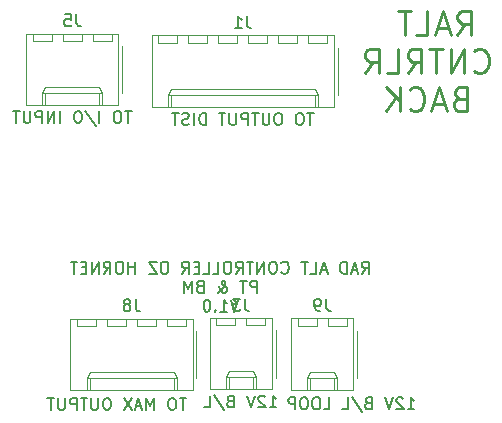
<source format=gbr>
G04 #@! TF.GenerationSoftware,KiCad,Pcbnew,(6.0.7-1)-1*
G04 #@! TF.CreationDate,2023-10-30T20:06:15+10:00*
G04 #@! TF.ProjectId,CONTROLLER_Radar Altimeter,434f4e54-524f-44c4-9c45-525f52616461,1*
G04 #@! TF.SameCoordinates,Original*
G04 #@! TF.FileFunction,Legend,Bot*
G04 #@! TF.FilePolarity,Positive*
%FSLAX46Y46*%
G04 Gerber Fmt 4.6, Leading zero omitted, Abs format (unit mm)*
G04 Created by KiCad (PCBNEW (6.0.7-1)-1) date 2023-10-30 20:06:15*
%MOMM*%
%LPD*%
G01*
G04 APERTURE LIST*
%ADD10C,0.250000*%
%ADD11C,0.150000*%
%ADD12C,0.120000*%
G04 APERTURE END LIST*
D10*
X70681428Y-61744761D02*
X71348095Y-60792380D01*
X71824285Y-61744761D02*
X71824285Y-59744761D01*
X71062380Y-59744761D01*
X70871904Y-59840000D01*
X70776666Y-59935238D01*
X70681428Y-60125714D01*
X70681428Y-60411428D01*
X70776666Y-60601904D01*
X70871904Y-60697142D01*
X71062380Y-60792380D01*
X71824285Y-60792380D01*
X69919523Y-61173333D02*
X68967142Y-61173333D01*
X70110000Y-61744761D02*
X69443333Y-59744761D01*
X68776666Y-61744761D01*
X67157619Y-61744761D02*
X68110000Y-61744761D01*
X68110000Y-59744761D01*
X66776666Y-59744761D02*
X65633809Y-59744761D01*
X66205238Y-61744761D02*
X66205238Y-59744761D01*
X72110000Y-64774285D02*
X72205238Y-64869523D01*
X72490952Y-64964761D01*
X72681428Y-64964761D01*
X72967142Y-64869523D01*
X73157619Y-64679047D01*
X73252857Y-64488571D01*
X73348095Y-64107619D01*
X73348095Y-63821904D01*
X73252857Y-63440952D01*
X73157619Y-63250476D01*
X72967142Y-63060000D01*
X72681428Y-62964761D01*
X72490952Y-62964761D01*
X72205238Y-63060000D01*
X72110000Y-63155238D01*
X71252857Y-64964761D02*
X71252857Y-62964761D01*
X70110000Y-64964761D01*
X70110000Y-62964761D01*
X69443333Y-62964761D02*
X68300476Y-62964761D01*
X68871904Y-64964761D02*
X68871904Y-62964761D01*
X66490952Y-64964761D02*
X67157619Y-64012380D01*
X67633809Y-64964761D02*
X67633809Y-62964761D01*
X66871904Y-62964761D01*
X66681428Y-63060000D01*
X66586190Y-63155238D01*
X66490952Y-63345714D01*
X66490952Y-63631428D01*
X66586190Y-63821904D01*
X66681428Y-63917142D01*
X66871904Y-64012380D01*
X67633809Y-64012380D01*
X64681428Y-64964761D02*
X65633809Y-64964761D01*
X65633809Y-62964761D01*
X62871904Y-64964761D02*
X63538571Y-64012380D01*
X64014761Y-64964761D02*
X64014761Y-62964761D01*
X63252857Y-62964761D01*
X63062380Y-63060000D01*
X62967142Y-63155238D01*
X62871904Y-63345714D01*
X62871904Y-63631428D01*
X62967142Y-63821904D01*
X63062380Y-63917142D01*
X63252857Y-64012380D01*
X64014761Y-64012380D01*
X70824285Y-67137142D02*
X70538571Y-67232380D01*
X70443333Y-67327619D01*
X70348095Y-67518095D01*
X70348095Y-67803809D01*
X70443333Y-67994285D01*
X70538571Y-68089523D01*
X70729047Y-68184761D01*
X71490952Y-68184761D01*
X71490952Y-66184761D01*
X70824285Y-66184761D01*
X70633809Y-66280000D01*
X70538571Y-66375238D01*
X70443333Y-66565714D01*
X70443333Y-66756190D01*
X70538571Y-66946666D01*
X70633809Y-67041904D01*
X70824285Y-67137142D01*
X71490952Y-67137142D01*
X69586190Y-67613333D02*
X68633809Y-67613333D01*
X69776666Y-68184761D02*
X69110000Y-66184761D01*
X68443333Y-68184761D01*
X66633809Y-67994285D02*
X66729047Y-68089523D01*
X67014761Y-68184761D01*
X67205238Y-68184761D01*
X67490952Y-68089523D01*
X67681428Y-67899047D01*
X67776666Y-67708571D01*
X67871904Y-67327619D01*
X67871904Y-67041904D01*
X67776666Y-66660952D01*
X67681428Y-66470476D01*
X67490952Y-66280000D01*
X67205238Y-66184761D01*
X67014761Y-66184761D01*
X66729047Y-66280000D01*
X66633809Y-66375238D01*
X65776666Y-68184761D02*
X65776666Y-66184761D01*
X64633809Y-68184761D02*
X65490952Y-67041904D01*
X64633809Y-66184761D02*
X65776666Y-67327619D01*
D11*
X62586190Y-81952380D02*
X62919523Y-81476190D01*
X63157619Y-81952380D02*
X63157619Y-80952380D01*
X62776666Y-80952380D01*
X62681428Y-81000000D01*
X62633809Y-81047619D01*
X62586190Y-81142857D01*
X62586190Y-81285714D01*
X62633809Y-81380952D01*
X62681428Y-81428571D01*
X62776666Y-81476190D01*
X63157619Y-81476190D01*
X62205238Y-81666666D02*
X61729047Y-81666666D01*
X62300476Y-81952380D02*
X61967142Y-80952380D01*
X61633809Y-81952380D01*
X61300476Y-81952380D02*
X61300476Y-80952380D01*
X61062380Y-80952380D01*
X60919523Y-81000000D01*
X60824285Y-81095238D01*
X60776666Y-81190476D01*
X60729047Y-81380952D01*
X60729047Y-81523809D01*
X60776666Y-81714285D01*
X60824285Y-81809523D01*
X60919523Y-81904761D01*
X61062380Y-81952380D01*
X61300476Y-81952380D01*
X59586190Y-81666666D02*
X59110000Y-81666666D01*
X59681428Y-81952380D02*
X59348095Y-80952380D01*
X59014761Y-81952380D01*
X58205238Y-81952380D02*
X58681428Y-81952380D01*
X58681428Y-80952380D01*
X58014761Y-80952380D02*
X57443333Y-80952380D01*
X57729047Y-81952380D02*
X57729047Y-80952380D01*
X55776666Y-81857142D02*
X55824285Y-81904761D01*
X55967142Y-81952380D01*
X56062380Y-81952380D01*
X56205238Y-81904761D01*
X56300476Y-81809523D01*
X56348095Y-81714285D01*
X56395714Y-81523809D01*
X56395714Y-81380952D01*
X56348095Y-81190476D01*
X56300476Y-81095238D01*
X56205238Y-81000000D01*
X56062380Y-80952380D01*
X55967142Y-80952380D01*
X55824285Y-81000000D01*
X55776666Y-81047619D01*
X55157619Y-80952380D02*
X54967142Y-80952380D01*
X54871904Y-81000000D01*
X54776666Y-81095238D01*
X54729047Y-81285714D01*
X54729047Y-81619047D01*
X54776666Y-81809523D01*
X54871904Y-81904761D01*
X54967142Y-81952380D01*
X55157619Y-81952380D01*
X55252857Y-81904761D01*
X55348095Y-81809523D01*
X55395714Y-81619047D01*
X55395714Y-81285714D01*
X55348095Y-81095238D01*
X55252857Y-81000000D01*
X55157619Y-80952380D01*
X54300476Y-81952380D02*
X54300476Y-80952380D01*
X53729047Y-81952380D01*
X53729047Y-80952380D01*
X53395714Y-80952380D02*
X52824285Y-80952380D01*
X53110000Y-81952380D02*
X53110000Y-80952380D01*
X51919523Y-81952380D02*
X52252857Y-81476190D01*
X52490952Y-81952380D02*
X52490952Y-80952380D01*
X52110000Y-80952380D01*
X52014761Y-81000000D01*
X51967142Y-81047619D01*
X51919523Y-81142857D01*
X51919523Y-81285714D01*
X51967142Y-81380952D01*
X52014761Y-81428571D01*
X52110000Y-81476190D01*
X52490952Y-81476190D01*
X51300476Y-80952380D02*
X51110000Y-80952380D01*
X51014761Y-81000000D01*
X50919523Y-81095238D01*
X50871904Y-81285714D01*
X50871904Y-81619047D01*
X50919523Y-81809523D01*
X51014761Y-81904761D01*
X51110000Y-81952380D01*
X51300476Y-81952380D01*
X51395714Y-81904761D01*
X51490952Y-81809523D01*
X51538571Y-81619047D01*
X51538571Y-81285714D01*
X51490952Y-81095238D01*
X51395714Y-81000000D01*
X51300476Y-80952380D01*
X49967142Y-81952380D02*
X50443333Y-81952380D01*
X50443333Y-80952380D01*
X49157619Y-81952380D02*
X49633809Y-81952380D01*
X49633809Y-80952380D01*
X48824285Y-81428571D02*
X48490952Y-81428571D01*
X48348095Y-81952380D02*
X48824285Y-81952380D01*
X48824285Y-80952380D01*
X48348095Y-80952380D01*
X47348095Y-81952380D02*
X47681428Y-81476190D01*
X47919523Y-81952380D02*
X47919523Y-80952380D01*
X47538571Y-80952380D01*
X47443333Y-81000000D01*
X47395714Y-81047619D01*
X47348095Y-81142857D01*
X47348095Y-81285714D01*
X47395714Y-81380952D01*
X47443333Y-81428571D01*
X47538571Y-81476190D01*
X47919523Y-81476190D01*
X45967142Y-80952380D02*
X45776666Y-80952380D01*
X45681428Y-81000000D01*
X45586190Y-81095238D01*
X45538571Y-81285714D01*
X45538571Y-81619047D01*
X45586190Y-81809523D01*
X45681428Y-81904761D01*
X45776666Y-81952380D01*
X45967142Y-81952380D01*
X46062380Y-81904761D01*
X46157619Y-81809523D01*
X46205238Y-81619047D01*
X46205238Y-81285714D01*
X46157619Y-81095238D01*
X46062380Y-81000000D01*
X45967142Y-80952380D01*
X45205238Y-80952380D02*
X44538571Y-80952380D01*
X45205238Y-81952380D01*
X44538571Y-81952380D01*
X43395714Y-81952380D02*
X43395714Y-80952380D01*
X43395714Y-81428571D02*
X42824285Y-81428571D01*
X42824285Y-81952380D02*
X42824285Y-80952380D01*
X42157619Y-80952380D02*
X41967142Y-80952380D01*
X41871904Y-81000000D01*
X41776666Y-81095238D01*
X41729047Y-81285714D01*
X41729047Y-81619047D01*
X41776666Y-81809523D01*
X41871904Y-81904761D01*
X41967142Y-81952380D01*
X42157619Y-81952380D01*
X42252857Y-81904761D01*
X42348095Y-81809523D01*
X42395714Y-81619047D01*
X42395714Y-81285714D01*
X42348095Y-81095238D01*
X42252857Y-81000000D01*
X42157619Y-80952380D01*
X40729047Y-81952380D02*
X41062380Y-81476190D01*
X41300476Y-81952380D02*
X41300476Y-80952380D01*
X40919523Y-80952380D01*
X40824285Y-81000000D01*
X40776666Y-81047619D01*
X40729047Y-81142857D01*
X40729047Y-81285714D01*
X40776666Y-81380952D01*
X40824285Y-81428571D01*
X40919523Y-81476190D01*
X41300476Y-81476190D01*
X40300476Y-81952380D02*
X40300476Y-80952380D01*
X39729047Y-81952380D01*
X39729047Y-80952380D01*
X39252857Y-81428571D02*
X38919523Y-81428571D01*
X38776666Y-81952380D02*
X39252857Y-81952380D01*
X39252857Y-80952380D01*
X38776666Y-80952380D01*
X38490952Y-80952380D02*
X37919523Y-80952380D01*
X38205238Y-81952380D02*
X38205238Y-80952380D01*
X53705238Y-83562380D02*
X53705238Y-82562380D01*
X53324285Y-82562380D01*
X53229047Y-82610000D01*
X53181428Y-82657619D01*
X53133809Y-82752857D01*
X53133809Y-82895714D01*
X53181428Y-82990952D01*
X53229047Y-83038571D01*
X53324285Y-83086190D01*
X53705238Y-83086190D01*
X52848095Y-82562380D02*
X52276666Y-82562380D01*
X52562380Y-83562380D02*
X52562380Y-82562380D01*
X50371904Y-83562380D02*
X50419523Y-83562380D01*
X50514761Y-83514761D01*
X50657619Y-83371904D01*
X50895714Y-83086190D01*
X50990952Y-82943333D01*
X51038571Y-82800476D01*
X51038571Y-82705238D01*
X50990952Y-82610000D01*
X50895714Y-82562380D01*
X50848095Y-82562380D01*
X50752857Y-82610000D01*
X50705238Y-82705238D01*
X50705238Y-82752857D01*
X50752857Y-82848095D01*
X50800476Y-82895714D01*
X51086190Y-83086190D01*
X51133809Y-83133809D01*
X51181428Y-83229047D01*
X51181428Y-83371904D01*
X51133809Y-83467142D01*
X51086190Y-83514761D01*
X50990952Y-83562380D01*
X50848095Y-83562380D01*
X50752857Y-83514761D01*
X50705238Y-83467142D01*
X50562380Y-83276666D01*
X50514761Y-83133809D01*
X50514761Y-83038571D01*
X48848095Y-83038571D02*
X48705238Y-83086190D01*
X48657619Y-83133809D01*
X48610000Y-83229047D01*
X48610000Y-83371904D01*
X48657619Y-83467142D01*
X48705238Y-83514761D01*
X48800476Y-83562380D01*
X49181428Y-83562380D01*
X49181428Y-82562380D01*
X48848095Y-82562380D01*
X48752857Y-82610000D01*
X48705238Y-82657619D01*
X48657619Y-82752857D01*
X48657619Y-82848095D01*
X48705238Y-82943333D01*
X48752857Y-82990952D01*
X48848095Y-83038571D01*
X49181428Y-83038571D01*
X48181428Y-83562380D02*
X48181428Y-82562380D01*
X47848095Y-83276666D01*
X47514761Y-82562380D01*
X47514761Y-83562380D01*
X52133809Y-84172380D02*
X51800476Y-85172380D01*
X51467142Y-84172380D01*
X50610000Y-85172380D02*
X51181428Y-85172380D01*
X50895714Y-85172380D02*
X50895714Y-84172380D01*
X50990952Y-84315238D01*
X51086190Y-84410476D01*
X51181428Y-84458095D01*
X50181428Y-85077142D02*
X50133809Y-85124761D01*
X50181428Y-85172380D01*
X50229047Y-85124761D01*
X50181428Y-85077142D01*
X50181428Y-85172380D01*
X49514761Y-84172380D02*
X49419523Y-84172380D01*
X49324285Y-84220000D01*
X49276666Y-84267619D01*
X49229047Y-84362857D01*
X49181428Y-84553333D01*
X49181428Y-84791428D01*
X49229047Y-84981904D01*
X49276666Y-85077142D01*
X49324285Y-85124761D01*
X49419523Y-85172380D01*
X49514761Y-85172380D01*
X49610000Y-85124761D01*
X49657619Y-85077142D01*
X49705238Y-84981904D01*
X49752857Y-84791428D01*
X49752857Y-84553333D01*
X49705238Y-84362857D01*
X49657619Y-84267619D01*
X49610000Y-84220000D01*
X49514761Y-84172380D01*
X43423333Y-84142380D02*
X43423333Y-84856666D01*
X43470952Y-84999523D01*
X43566190Y-85094761D01*
X43709047Y-85142380D01*
X43804285Y-85142380D01*
X42804285Y-84570952D02*
X42899523Y-84523333D01*
X42947142Y-84475714D01*
X42994761Y-84380476D01*
X42994761Y-84332857D01*
X42947142Y-84237619D01*
X42899523Y-84190000D01*
X42804285Y-84142380D01*
X42613809Y-84142380D01*
X42518571Y-84190000D01*
X42470952Y-84237619D01*
X42423333Y-84332857D01*
X42423333Y-84380476D01*
X42470952Y-84475714D01*
X42518571Y-84523333D01*
X42613809Y-84570952D01*
X42804285Y-84570952D01*
X42899523Y-84618571D01*
X42947142Y-84666190D01*
X42994761Y-84761428D01*
X42994761Y-84951904D01*
X42947142Y-85047142D01*
X42899523Y-85094761D01*
X42804285Y-85142380D01*
X42613809Y-85142380D01*
X42518571Y-85094761D01*
X42470952Y-85047142D01*
X42423333Y-84951904D01*
X42423333Y-84761428D01*
X42470952Y-84666190D01*
X42518571Y-84618571D01*
X42613809Y-84570952D01*
X47720952Y-92492380D02*
X47149523Y-92492380D01*
X47435238Y-93492380D02*
X47435238Y-92492380D01*
X46625714Y-92492380D02*
X46435238Y-92492380D01*
X46340000Y-92540000D01*
X46244761Y-92635238D01*
X46197142Y-92825714D01*
X46197142Y-93159047D01*
X46244761Y-93349523D01*
X46340000Y-93444761D01*
X46435238Y-93492380D01*
X46625714Y-93492380D01*
X46720952Y-93444761D01*
X46816190Y-93349523D01*
X46863809Y-93159047D01*
X46863809Y-92825714D01*
X46816190Y-92635238D01*
X46720952Y-92540000D01*
X46625714Y-92492380D01*
X45006666Y-93492380D02*
X45006666Y-92492380D01*
X44673333Y-93206666D01*
X44340000Y-92492380D01*
X44340000Y-93492380D01*
X43911428Y-93206666D02*
X43435238Y-93206666D01*
X44006666Y-93492380D02*
X43673333Y-92492380D01*
X43340000Y-93492380D01*
X43101904Y-92492380D02*
X42435238Y-93492380D01*
X42435238Y-92492380D02*
X43101904Y-93492380D01*
X41101904Y-92492380D02*
X40911428Y-92492380D01*
X40816190Y-92540000D01*
X40720952Y-92635238D01*
X40673333Y-92825714D01*
X40673333Y-93159047D01*
X40720952Y-93349523D01*
X40816190Y-93444761D01*
X40911428Y-93492380D01*
X41101904Y-93492380D01*
X41197142Y-93444761D01*
X41292380Y-93349523D01*
X41340000Y-93159047D01*
X41340000Y-92825714D01*
X41292380Y-92635238D01*
X41197142Y-92540000D01*
X41101904Y-92492380D01*
X40244761Y-92492380D02*
X40244761Y-93301904D01*
X40197142Y-93397142D01*
X40149523Y-93444761D01*
X40054285Y-93492380D01*
X39863809Y-93492380D01*
X39768571Y-93444761D01*
X39720952Y-93397142D01*
X39673333Y-93301904D01*
X39673333Y-92492380D01*
X39340000Y-92492380D02*
X38768571Y-92492380D01*
X39054285Y-93492380D02*
X39054285Y-92492380D01*
X38435238Y-93492380D02*
X38435238Y-92492380D01*
X38054285Y-92492380D01*
X37959047Y-92540000D01*
X37911428Y-92587619D01*
X37863809Y-92682857D01*
X37863809Y-92825714D01*
X37911428Y-92920952D01*
X37959047Y-92968571D01*
X38054285Y-93016190D01*
X38435238Y-93016190D01*
X37435238Y-92492380D02*
X37435238Y-93301904D01*
X37387619Y-93397142D01*
X37340000Y-93444761D01*
X37244761Y-93492380D01*
X37054285Y-93492380D01*
X36959047Y-93444761D01*
X36911428Y-93397142D01*
X36863809Y-93301904D01*
X36863809Y-92492380D01*
X36530476Y-92492380D02*
X35959047Y-92492380D01*
X36244761Y-93492380D02*
X36244761Y-92492380D01*
X52673333Y-84092380D02*
X52673333Y-84806666D01*
X52720952Y-84949523D01*
X52816190Y-85044761D01*
X52959047Y-85092380D01*
X53054285Y-85092380D01*
X52292380Y-84092380D02*
X51673333Y-84092380D01*
X52006666Y-84473333D01*
X51863809Y-84473333D01*
X51768571Y-84520952D01*
X51720952Y-84568571D01*
X51673333Y-84663809D01*
X51673333Y-84901904D01*
X51720952Y-84997142D01*
X51768571Y-85044761D01*
X51863809Y-85092380D01*
X52149523Y-85092380D01*
X52244761Y-85044761D01*
X52292380Y-84997142D01*
X54768571Y-93292380D02*
X55340000Y-93292380D01*
X55054285Y-93292380D02*
X55054285Y-92292380D01*
X55149523Y-92435238D01*
X55244761Y-92530476D01*
X55340000Y-92578095D01*
X54387619Y-92387619D02*
X54340000Y-92340000D01*
X54244761Y-92292380D01*
X54006666Y-92292380D01*
X53911428Y-92340000D01*
X53863809Y-92387619D01*
X53816190Y-92482857D01*
X53816190Y-92578095D01*
X53863809Y-92720952D01*
X54435238Y-93292380D01*
X53816190Y-93292380D01*
X53530476Y-92292380D02*
X53197142Y-93292380D01*
X52863809Y-92292380D01*
X51435238Y-92768571D02*
X51292380Y-92816190D01*
X51244761Y-92863809D01*
X51197142Y-92959047D01*
X51197142Y-93101904D01*
X51244761Y-93197142D01*
X51292380Y-93244761D01*
X51387619Y-93292380D01*
X51768571Y-93292380D01*
X51768571Y-92292380D01*
X51435238Y-92292380D01*
X51339999Y-92340000D01*
X51292380Y-92387619D01*
X51244761Y-92482857D01*
X51244761Y-92578095D01*
X51292380Y-92673333D01*
X51339999Y-92720952D01*
X51435238Y-92768571D01*
X51768571Y-92768571D01*
X50054285Y-92244761D02*
X50911428Y-93530476D01*
X49244761Y-93292380D02*
X49720952Y-93292380D01*
X49720952Y-92292380D01*
X52843333Y-60162380D02*
X52843333Y-60876666D01*
X52890952Y-61019523D01*
X52986190Y-61114761D01*
X53129047Y-61162380D01*
X53224285Y-61162380D01*
X51843333Y-61162380D02*
X52414761Y-61162380D01*
X52129047Y-61162380D02*
X52129047Y-60162380D01*
X52224285Y-60305238D01*
X52319523Y-60400476D01*
X52414761Y-60448095D01*
X58510000Y-68362380D02*
X57938571Y-68362380D01*
X58224285Y-69362380D02*
X58224285Y-68362380D01*
X57414761Y-68362380D02*
X57224285Y-68362380D01*
X57129047Y-68410000D01*
X57033809Y-68505238D01*
X56986190Y-68695714D01*
X56986190Y-69029047D01*
X57033809Y-69219523D01*
X57129047Y-69314761D01*
X57224285Y-69362380D01*
X57414761Y-69362380D01*
X57510000Y-69314761D01*
X57605238Y-69219523D01*
X57652857Y-69029047D01*
X57652857Y-68695714D01*
X57605238Y-68505238D01*
X57510000Y-68410000D01*
X57414761Y-68362380D01*
X55605238Y-68362380D02*
X55414761Y-68362380D01*
X55319523Y-68410000D01*
X55224285Y-68505238D01*
X55176666Y-68695714D01*
X55176666Y-69029047D01*
X55224285Y-69219523D01*
X55319523Y-69314761D01*
X55414761Y-69362380D01*
X55605238Y-69362380D01*
X55700476Y-69314761D01*
X55795714Y-69219523D01*
X55843333Y-69029047D01*
X55843333Y-68695714D01*
X55795714Y-68505238D01*
X55700476Y-68410000D01*
X55605238Y-68362380D01*
X54748095Y-68362380D02*
X54748095Y-69171904D01*
X54700476Y-69267142D01*
X54652857Y-69314761D01*
X54557619Y-69362380D01*
X54367142Y-69362380D01*
X54271904Y-69314761D01*
X54224285Y-69267142D01*
X54176666Y-69171904D01*
X54176666Y-68362380D01*
X53843333Y-68362380D02*
X53271904Y-68362380D01*
X53557619Y-69362380D02*
X53557619Y-68362380D01*
X52938571Y-69362380D02*
X52938571Y-68362380D01*
X52557619Y-68362380D01*
X52462380Y-68410000D01*
X52414761Y-68457619D01*
X52367142Y-68552857D01*
X52367142Y-68695714D01*
X52414761Y-68790952D01*
X52462380Y-68838571D01*
X52557619Y-68886190D01*
X52938571Y-68886190D01*
X51938571Y-68362380D02*
X51938571Y-69171904D01*
X51890952Y-69267142D01*
X51843333Y-69314761D01*
X51748095Y-69362380D01*
X51557619Y-69362380D01*
X51462380Y-69314761D01*
X51414761Y-69267142D01*
X51367142Y-69171904D01*
X51367142Y-68362380D01*
X51033809Y-68362380D02*
X50462380Y-68362380D01*
X50748095Y-69362380D02*
X50748095Y-68362380D01*
X49367142Y-69362380D02*
X49367142Y-68362380D01*
X49129047Y-68362380D01*
X48986190Y-68410000D01*
X48890952Y-68505238D01*
X48843333Y-68600476D01*
X48795714Y-68790952D01*
X48795714Y-68933809D01*
X48843333Y-69124285D01*
X48890952Y-69219523D01*
X48986190Y-69314761D01*
X49129047Y-69362380D01*
X49367142Y-69362380D01*
X48367142Y-69362380D02*
X48367142Y-68362380D01*
X47938571Y-69314761D02*
X47795714Y-69362380D01*
X47557619Y-69362380D01*
X47462380Y-69314761D01*
X47414761Y-69267142D01*
X47367142Y-69171904D01*
X47367142Y-69076666D01*
X47414761Y-68981428D01*
X47462380Y-68933809D01*
X47557619Y-68886190D01*
X47748095Y-68838571D01*
X47843333Y-68790952D01*
X47890952Y-68743333D01*
X47938571Y-68648095D01*
X47938571Y-68552857D01*
X47890952Y-68457619D01*
X47843333Y-68410000D01*
X47748095Y-68362380D01*
X47510000Y-68362380D01*
X47367142Y-68410000D01*
X47081428Y-68362380D02*
X46510000Y-68362380D01*
X46795714Y-69362380D02*
X46795714Y-68362380D01*
X38393333Y-60012380D02*
X38393333Y-60726666D01*
X38440952Y-60869523D01*
X38536190Y-60964761D01*
X38679047Y-61012380D01*
X38774285Y-61012380D01*
X37440952Y-60012380D02*
X37917142Y-60012380D01*
X37964761Y-60488571D01*
X37917142Y-60440952D01*
X37821904Y-60393333D01*
X37583809Y-60393333D01*
X37488571Y-60440952D01*
X37440952Y-60488571D01*
X37393333Y-60583809D01*
X37393333Y-60821904D01*
X37440952Y-60917142D01*
X37488571Y-60964761D01*
X37583809Y-61012380D01*
X37821904Y-61012380D01*
X37917142Y-60964761D01*
X37964761Y-60917142D01*
X43083809Y-68212380D02*
X42512380Y-68212380D01*
X42798095Y-69212380D02*
X42798095Y-68212380D01*
X41988571Y-68212380D02*
X41798095Y-68212380D01*
X41702857Y-68260000D01*
X41607619Y-68355238D01*
X41560000Y-68545714D01*
X41560000Y-68879047D01*
X41607619Y-69069523D01*
X41702857Y-69164761D01*
X41798095Y-69212380D01*
X41988571Y-69212380D01*
X42083809Y-69164761D01*
X42179047Y-69069523D01*
X42226666Y-68879047D01*
X42226666Y-68545714D01*
X42179047Y-68355238D01*
X42083809Y-68260000D01*
X41988571Y-68212380D01*
X40369523Y-69212380D02*
X40369523Y-68212380D01*
X39179047Y-68164761D02*
X40036190Y-69450476D01*
X38655238Y-68212380D02*
X38464761Y-68212380D01*
X38369523Y-68260000D01*
X38274285Y-68355238D01*
X38226666Y-68545714D01*
X38226666Y-68879047D01*
X38274285Y-69069523D01*
X38369523Y-69164761D01*
X38464761Y-69212380D01*
X38655238Y-69212380D01*
X38750476Y-69164761D01*
X38845714Y-69069523D01*
X38893333Y-68879047D01*
X38893333Y-68545714D01*
X38845714Y-68355238D01*
X38750476Y-68260000D01*
X38655238Y-68212380D01*
X37036190Y-69212380D02*
X37036190Y-68212380D01*
X36560000Y-69212380D02*
X36560000Y-68212380D01*
X35988571Y-69212380D01*
X35988571Y-68212380D01*
X35512380Y-69212380D02*
X35512380Y-68212380D01*
X35131428Y-68212380D01*
X35036190Y-68260000D01*
X34988571Y-68307619D01*
X34940952Y-68402857D01*
X34940952Y-68545714D01*
X34988571Y-68640952D01*
X35036190Y-68688571D01*
X35131428Y-68736190D01*
X35512380Y-68736190D01*
X34512380Y-68212380D02*
X34512380Y-69021904D01*
X34464761Y-69117142D01*
X34417142Y-69164761D01*
X34321904Y-69212380D01*
X34131428Y-69212380D01*
X34036190Y-69164761D01*
X33988571Y-69117142D01*
X33940952Y-69021904D01*
X33940952Y-68212380D01*
X33607619Y-68212380D02*
X33036190Y-68212380D01*
X33321904Y-69212380D02*
X33321904Y-68212380D01*
X59553333Y-84122380D02*
X59553333Y-84836666D01*
X59600952Y-84979523D01*
X59696190Y-85074761D01*
X59839047Y-85122380D01*
X59934285Y-85122380D01*
X59029523Y-85122380D02*
X58839047Y-85122380D01*
X58743809Y-85074761D01*
X58696190Y-85027142D01*
X58600952Y-84884285D01*
X58553333Y-84693809D01*
X58553333Y-84312857D01*
X58600952Y-84217619D01*
X58648571Y-84170000D01*
X58743809Y-84122380D01*
X58934285Y-84122380D01*
X59029523Y-84170000D01*
X59077142Y-84217619D01*
X59124761Y-84312857D01*
X59124761Y-84550952D01*
X59077142Y-84646190D01*
X59029523Y-84693809D01*
X58934285Y-84741428D01*
X58743809Y-84741428D01*
X58648571Y-84693809D01*
X58600952Y-84646190D01*
X58553333Y-84550952D01*
X66451904Y-93442380D02*
X67023333Y-93442380D01*
X66737619Y-93442380D02*
X66737619Y-92442380D01*
X66832857Y-92585238D01*
X66928095Y-92680476D01*
X67023333Y-92728095D01*
X66070952Y-92537619D02*
X66023333Y-92490000D01*
X65928095Y-92442380D01*
X65690000Y-92442380D01*
X65594761Y-92490000D01*
X65547142Y-92537619D01*
X65499523Y-92632857D01*
X65499523Y-92728095D01*
X65547142Y-92870952D01*
X66118571Y-93442380D01*
X65499523Y-93442380D01*
X65213809Y-92442380D02*
X64880476Y-93442380D01*
X64547142Y-92442380D01*
X63118571Y-92918571D02*
X62975714Y-92966190D01*
X62928095Y-93013809D01*
X62880476Y-93109047D01*
X62880476Y-93251904D01*
X62928095Y-93347142D01*
X62975714Y-93394761D01*
X63070952Y-93442380D01*
X63451904Y-93442380D01*
X63451904Y-92442380D01*
X63118571Y-92442380D01*
X63023333Y-92490000D01*
X62975714Y-92537619D01*
X62928095Y-92632857D01*
X62928095Y-92728095D01*
X62975714Y-92823333D01*
X63023333Y-92870952D01*
X63118571Y-92918571D01*
X63451904Y-92918571D01*
X61737619Y-92394761D02*
X62594761Y-93680476D01*
X60928095Y-93442380D02*
X61404285Y-93442380D01*
X61404285Y-92442380D01*
X59356666Y-93442380D02*
X59832857Y-93442380D01*
X59832857Y-92442380D01*
X58832857Y-92442380D02*
X58642380Y-92442380D01*
X58547142Y-92490000D01*
X58451904Y-92585238D01*
X58404285Y-92775714D01*
X58404285Y-93109047D01*
X58451904Y-93299523D01*
X58547142Y-93394761D01*
X58642380Y-93442380D01*
X58832857Y-93442380D01*
X58928095Y-93394761D01*
X59023333Y-93299523D01*
X59070952Y-93109047D01*
X59070952Y-92775714D01*
X59023333Y-92585238D01*
X58928095Y-92490000D01*
X58832857Y-92442380D01*
X57785238Y-92442380D02*
X57594761Y-92442380D01*
X57499523Y-92490000D01*
X57404285Y-92585238D01*
X57356666Y-92775714D01*
X57356666Y-93109047D01*
X57404285Y-93299523D01*
X57499523Y-93394761D01*
X57594761Y-93442380D01*
X57785238Y-93442380D01*
X57880476Y-93394761D01*
X57975714Y-93299523D01*
X58023333Y-93109047D01*
X58023333Y-92775714D01*
X57975714Y-92585238D01*
X57880476Y-92490000D01*
X57785238Y-92442380D01*
X56928095Y-93442380D02*
X56928095Y-92442380D01*
X56547142Y-92442380D01*
X56451904Y-92490000D01*
X56404285Y-92537619D01*
X56356666Y-92632857D01*
X56356666Y-92775714D01*
X56404285Y-92870952D01*
X56451904Y-92918571D01*
X56547142Y-92966190D01*
X56928095Y-92966190D01*
D12*
X48570000Y-86810000D02*
X48570000Y-90810000D01*
X48280000Y-85780000D02*
X48280000Y-91800000D01*
X42620000Y-86380000D02*
X41020000Y-86380000D01*
X47700000Y-85780000D02*
X47700000Y-86380000D01*
X46650000Y-91800000D02*
X46650000Y-90800000D01*
X39280000Y-90800000D02*
X39280000Y-91800000D01*
X46100000Y-86380000D02*
X46100000Y-85780000D01*
X42620000Y-85780000D02*
X42620000Y-86380000D01*
X37900000Y-85780000D02*
X48280000Y-85780000D01*
X40080000Y-85780000D02*
X40080000Y-86380000D01*
X45160000Y-86380000D02*
X43560000Y-86380000D01*
X45160000Y-85780000D02*
X45160000Y-86380000D01*
X46900000Y-90800000D02*
X46650000Y-90270000D01*
X46650000Y-90270000D02*
X39530000Y-90270000D01*
X39530000Y-91800000D02*
X39530000Y-90800000D01*
X47700000Y-86380000D02*
X46100000Y-86380000D01*
X41020000Y-86380000D02*
X41020000Y-85780000D01*
X46900000Y-91800000D02*
X46900000Y-90800000D01*
X46900000Y-90800000D02*
X39280000Y-90800000D01*
X38480000Y-86380000D02*
X38480000Y-85780000D01*
X48280000Y-91800000D02*
X37900000Y-91800000D01*
X40080000Y-86380000D02*
X38480000Y-86380000D01*
X37900000Y-91800000D02*
X37900000Y-85780000D01*
X39530000Y-90270000D02*
X39280000Y-90800000D01*
X43560000Y-86380000D02*
X43560000Y-85780000D01*
X50270000Y-86330000D02*
X50270000Y-85730000D01*
X55280000Y-86760000D02*
X55280000Y-90760000D01*
X51870000Y-86330000D02*
X50270000Y-86330000D01*
X52810000Y-86330000D02*
X52810000Y-85730000D01*
X54990000Y-85730000D02*
X54990000Y-91750000D01*
X53360000Y-91750000D02*
X53360000Y-90750000D01*
X54410000Y-86330000D02*
X52810000Y-86330000D01*
X51320000Y-90220000D02*
X51070000Y-90750000D01*
X51320000Y-91750000D02*
X51320000Y-90750000D01*
X53610000Y-91750000D02*
X53610000Y-90750000D01*
X53610000Y-90750000D02*
X53360000Y-90220000D01*
X51870000Y-85730000D02*
X51870000Y-86330000D01*
X53360000Y-90220000D02*
X51320000Y-90220000D01*
X49690000Y-91750000D02*
X49690000Y-85730000D01*
X51070000Y-90750000D02*
X51070000Y-91750000D01*
X53610000Y-90750000D02*
X51070000Y-90750000D01*
X54410000Y-85730000D02*
X54410000Y-86330000D01*
X54990000Y-91750000D02*
X49690000Y-91750000D01*
X49690000Y-85730000D02*
X54990000Y-85730000D01*
X45360000Y-62400000D02*
X45360000Y-61800000D01*
X55520000Y-62400000D02*
X55520000Y-61800000D01*
X58060000Y-62400000D02*
X58060000Y-61800000D01*
X52980000Y-62400000D02*
X52980000Y-61800000D01*
X50440000Y-62400000D02*
X50440000Y-61800000D01*
X46960000Y-62400000D02*
X45360000Y-62400000D01*
X60240000Y-67820000D02*
X44780000Y-67820000D01*
X57120000Y-61800000D02*
X57120000Y-62400000D01*
X46410000Y-67820000D02*
X46410000Y-66820000D01*
X58610000Y-66290000D02*
X46410000Y-66290000D01*
X49500000Y-61800000D02*
X49500000Y-62400000D01*
X60240000Y-61800000D02*
X60240000Y-67820000D01*
X58610000Y-67820000D02*
X58610000Y-66820000D01*
X44780000Y-61800000D02*
X60240000Y-61800000D01*
X59660000Y-61800000D02*
X59660000Y-62400000D01*
X59660000Y-62400000D02*
X58060000Y-62400000D01*
X52040000Y-62400000D02*
X50440000Y-62400000D01*
X58860000Y-66820000D02*
X58610000Y-66290000D01*
X52040000Y-61800000D02*
X52040000Y-62400000D01*
X54580000Y-61800000D02*
X54580000Y-62400000D01*
X44780000Y-67820000D02*
X44780000Y-61800000D01*
X47900000Y-62400000D02*
X47900000Y-61800000D01*
X49500000Y-62400000D02*
X47900000Y-62400000D01*
X60530000Y-62830000D02*
X60530000Y-66830000D01*
X58860000Y-66820000D02*
X46160000Y-66820000D01*
X54580000Y-62400000D02*
X52980000Y-62400000D01*
X46160000Y-66820000D02*
X46160000Y-67820000D01*
X58860000Y-67820000D02*
X58860000Y-66820000D01*
X46410000Y-66290000D02*
X46160000Y-66820000D01*
X46960000Y-61800000D02*
X46960000Y-62400000D01*
X57120000Y-62400000D02*
X55520000Y-62400000D01*
X41980000Y-67670000D02*
X34140000Y-67670000D01*
X42270000Y-62680000D02*
X42270000Y-66680000D01*
X34140000Y-61650000D02*
X41980000Y-61650000D01*
X40600000Y-67670000D02*
X40600000Y-66670000D01*
X34720000Y-62250000D02*
X34720000Y-61650000D01*
X40600000Y-66670000D02*
X40350000Y-66140000D01*
X41400000Y-62250000D02*
X39800000Y-62250000D01*
X36320000Y-61650000D02*
X36320000Y-62250000D01*
X38860000Y-62250000D02*
X37260000Y-62250000D01*
X36320000Y-62250000D02*
X34720000Y-62250000D01*
X40600000Y-66670000D02*
X35520000Y-66670000D01*
X41400000Y-61650000D02*
X41400000Y-62250000D01*
X35770000Y-66140000D02*
X35520000Y-66670000D01*
X40350000Y-67670000D02*
X40350000Y-66670000D01*
X35520000Y-66670000D02*
X35520000Y-67670000D01*
X34140000Y-67670000D02*
X34140000Y-61650000D01*
X38860000Y-61650000D02*
X38860000Y-62250000D01*
X39800000Y-62250000D02*
X39800000Y-61650000D01*
X37260000Y-62250000D02*
X37260000Y-61650000D01*
X41980000Y-61650000D02*
X41980000Y-67670000D01*
X35770000Y-67670000D02*
X35770000Y-66670000D01*
X40350000Y-66140000D02*
X35770000Y-66140000D01*
X56570000Y-85760000D02*
X61870000Y-85760000D01*
X60490000Y-91780000D02*
X60490000Y-90780000D01*
X56570000Y-91780000D02*
X56570000Y-85760000D01*
X60490000Y-90780000D02*
X57950000Y-90780000D01*
X62160000Y-86790000D02*
X62160000Y-90790000D01*
X58750000Y-85760000D02*
X58750000Y-86360000D01*
X61290000Y-86360000D02*
X59690000Y-86360000D01*
X58200000Y-90250000D02*
X57950000Y-90780000D01*
X60240000Y-90250000D02*
X58200000Y-90250000D01*
X61870000Y-85760000D02*
X61870000Y-91780000D01*
X58750000Y-86360000D02*
X57150000Y-86360000D01*
X57150000Y-86360000D02*
X57150000Y-85760000D01*
X61870000Y-91780000D02*
X56570000Y-91780000D01*
X58200000Y-91780000D02*
X58200000Y-90780000D01*
X59690000Y-86360000D02*
X59690000Y-85760000D01*
X57950000Y-90780000D02*
X57950000Y-91780000D01*
X61290000Y-85760000D02*
X61290000Y-86360000D01*
X60240000Y-91780000D02*
X60240000Y-90780000D01*
X60490000Y-90780000D02*
X60240000Y-90250000D01*
M02*

</source>
